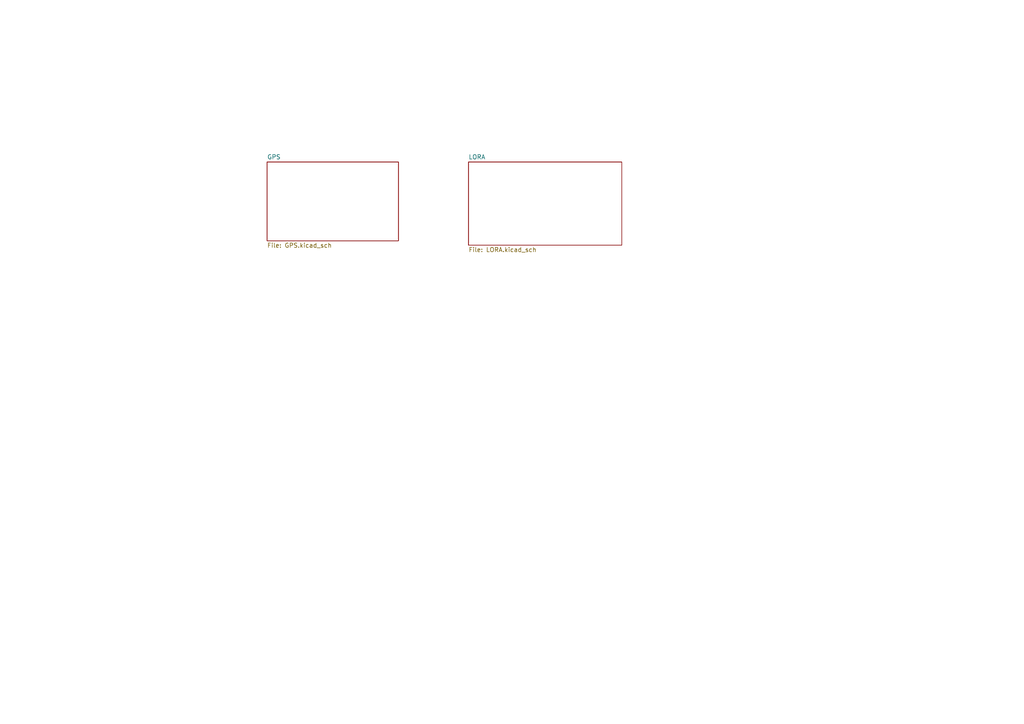
<source format=kicad_sch>
(kicad_sch (version 20230121) (generator eeschema)
  (paper "A4")
  (lib_symbols)
  (sheet (at 135.89 46.99) (size 44.45 24.13) (stroke (width 0.1524))
    (property "Sheetname" "LORA" (at 135.89 46.2784 0) (effects (justify left bottom)))
    (property "Sheetfile" "LORA.kicad_sch" (at 135.89 71.7046 0) (effects (justify left top)))
  )
  (sheet (at 77.47 46.99) (size 38.1 22.86) (stroke (width 0.1524))
    (property "Sheetname" "GPS" (at 77.47 46.2784 0) (effects (justify left bottom)))
    (property "Sheetfile" "GPS.kicad_sch" (at 77.47 70.4346 0) (effects (justify left top)))
  )
)
</source>
